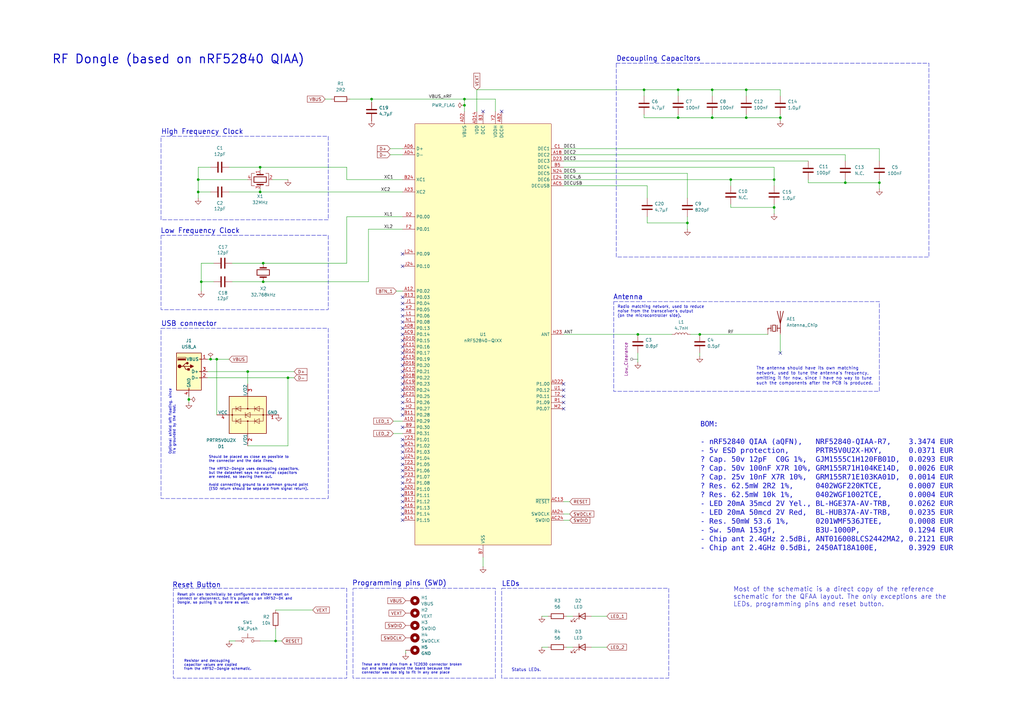
<source format=kicad_sch>
(kicad_sch (version 20250114) (generator "eeschema") (generator_version "9.0")
  (paper "A3")
  (lib_symbols
    (symbol "Connector:USB_A" (pin_names (offset 1.016))
      (property "Reference" "J1" (at 0 12.7 0))
      (property "Value" "USB_A" (at 0 10.16 0))
      (symbol "USB_A_0_1"
        (rectangle (start -5.08 -7.62) (end 5.08 7.62) (stroke (width 0.254)) (fill (type background)))
        (circle (center -3.81 2.159) (radius 0.635) (stroke (width 0.254)) (fill (type outline)))
        (polyline (pts (xy -3.175 2.159) (xy -2.54 2.159) (xy -1.27 3.429) (xy -0.635 3.429)) (stroke (width 0.254)))
        (polyline (pts (xy -2.54 2.159) (xy -1.905 2.159) (xy -1.27 0.889) (xy 0 0.889)) (stroke (width 0.254)))
        (rectangle (start -1.524 4.826) (end -4.318 5.334) (fill (type outline)))
        (rectangle (start -1.27 4.572) (end -4.572 5.842))
        (circle (center -0.635 3.429) (radius 0.381) (stroke (width 0.254)) (fill (type outline)))
        (rectangle (start -0.127 -7.62) (end 0.127 -6.858))
        (rectangle (start 0.254 1.27) (end -0.508 0.508) (stroke (width 0.254)) (fill (type outline)))
        (polyline (pts (xy 0.635 2.794) (xy 0.635 1.524) (xy 1.905 2.159) (xy 0.635 2.794)) (stroke (width 0.254)) (fill (type outline)))
        (rectangle (start 5.08 4.953) (end 4.318 5.207))
        (rectangle (start 5.08 -0.127) (end 4.318 0.127))
        (rectangle (start 5.08 -2.667) (end 4.318 -2.413))
      )
      (symbol "USB_A_1_1"
        (polyline (pts (xy -1.905 2.159) (xy 0.635 2.159)) (stroke (width 0.254)))
        (pin power_in line (at 0 -10.16 90) (length 2.54) (name "GND") (number "4"))
        (pin power_in line (at 7.62 5.08 180) (length 2.54) (name "VBUS") (number "1"))
        (pin bidirectional line (at 7.62 0 180) (length 2.54) (name "D+") (number "3"))
        (pin bidirectional line (at 7.62 -2.54 180) (length 2.54) (name "D-") (number "2"))
      )
    )
    (symbol "Device:Antenna_Chip" (pin_numbers (hide yes)) (pin_names (offset 1.016) (hide yes))
      (property "Reference" "AE" (at 0 5.08 0))
      (property "Value" "Antenna_Chip" (at 0 3.175 0))
      (symbol "Antenna_Chip_0_1"
        (polyline (pts (xy -2.54 0) (xy -2.54 -0.635)) (stroke (width 0.254)))
        (polyline (pts (xy -2.54 0) (xy -1.27 0)) (stroke (width 0.254)))
        (polyline (pts (xy -1.27 1.27) (xy -1.27 -1.27) (xy -1.27 0)) (stroke (width 0.254)))
        (polyline (pts (xy -0.635 1.27) (xy 0.635 1.27) (xy 0.635 -1.27) (xy -0.635 -1.27) (xy -0.635 1.27)) (stroke (width 0.254)))
        (polyline (pts (xy 1.27 1.27) (xy 1.27 -1.27)) (stroke (width 0.254)))
        (polyline (pts (xy 1.27 0) (xy 2.54 0)) (stroke (width 0.254)))
        (polyline (pts (xy 2.54 6.985) (xy 2.54 -1.905)) (stroke (width 0.254)))
        (polyline (pts (xy 2.54 -0.635) (xy 2.54 0)))
        (polyline (pts (xy 3.81 6.985) (xy 2.54 1.905) (xy 1.27 6.985)) (stroke (width 0.254)))
      )
      (symbol "Antenna_Chip_1_1"
        (pin input line (at -2.54 -2.54 90) (length 2.54) (name "FEED") (number "1"))
        (pin passive line (at 2.54 -2.54 90) (length 2.54) (name "PCB_Trace") (number "2"))
      )
    )
    (symbol "Device:C" (pin_numbers (hide yes)) (pin_names (offset 0.254))
      (property "Reference" "C" (at 0.635 2.54 0))
      (property "Value" "C" (at 0.635 -2.54 0))
      (symbol "C_0_1"
        (polyline (pts (xy -2.032 0.762) (xy 2.032 0.762)) (stroke (width 0.508)))
        (polyline (pts (xy -2.032 -0.762) (xy 2.032 -0.762)) (stroke (width 0.508)))
      )
      (symbol "C_1_1"
        (pin passive line (at 0 3.81 270) (length 2.794) (name "~") (number "1"))
        (pin passive line (at 0 -3.81 90) (length 2.794) (name "~") (number "2"))
      )
    )
    (symbol "Device:Crystal" (pin_numbers (hide yes)) (pin_names (offset 1.016) (hide yes))
      (property "Reference" "Y" (at 0 3.81 0))
      (property "Value" "Crystal" (at 0 -3.81 0))
      (symbol "Crystal_0_1"
        (polyline (pts (xy -2.54 0) (xy -1.905 0)))
        (polyline (pts (xy -1.905 -1.27) (xy -1.905 1.27)) (stroke (width 0.508)))
        (rectangle (start -1.143 2.54) (end 1.143 -2.54) (stroke (width 0.3048)))
        (polyline (pts (xy 1.905 -1.27) (xy 1.905 1.27)) (stroke (width 0.508)))
        (polyline (pts (xy 2.54 0) (xy 1.905 0)))
      )
      (symbol "Crystal_1_1"
        (pin passive line (at -3.81 0 0) (length 1.27) (name "1") (number "1"))
        (pin passive line (at 3.81 0 180) (length 1.27) (name "2") (number "2"))
      )
    )
    (symbol "Device:Crystal_GND24" (pin_names (offset 1.016) (hide yes))
      (property "Reference" "Y" (at 3.175 5.08 0))
      (property "Value" "Crystal_GND24" (at 3.175 3.175 0))
      (symbol "Crystal_GND24_0_1"
        (polyline (pts (xy -2.54 2.286) (xy -2.54 3.556) (xy 2.54 3.556) (xy 2.54 2.286)))
        (polyline (pts (xy -2.54 0) (xy -2.032 0)))
        (polyline (pts (xy -2.54 -2.286) (xy -2.54 -3.556) (xy 2.54 -3.556) (xy 2.54 -2.286)))
        (polyline (pts (xy -2.032 -1.27) (xy -2.032 1.27)) (stroke (width 0.508)))
        (rectangle (start -1.143 2.54) (end 1.143 -2.54) (stroke (width 0.3048)))
        (polyline (pts (xy 0 3.556) (xy 0 3.81)))
        (polyline (pts (xy 0 -3.81) (xy 0 -3.556)))
        (polyline (pts (xy 2.032 0) (xy 2.54 0)))
        (polyline (pts (xy 2.032 -1.27) (xy 2.032 1.27)) (stroke (width 0.508)))
      )
      (symbol "Crystal_GND24_1_1"
        (pin passive line (at -3.81 0 0) (length 1.27) (name "1") (number "1"))
        (pin passive line (at 0 5.08 270) (length 1.27) (name "2") (number "2"))
        (pin passive line (at 0 -5.08 90) (length 1.27) (name "4") (number "4"))
        (pin passive line (at 3.81 0 180) (length 1.27) (name "3") (number "3"))
      )
    )
    (symbol "Device:L" (pin_numbers (hide yes)) (pin_names (offset 1.016) (hide yes))
      (property "Reference" "L" (at -1.27 0 90))
      (property "Value" "L" (at 1.905 0 90))
      (symbol "L_0_1"
        (arc (start 0 2.54) (mid 0.6323 1.905) (end 0 1.27))
        (arc (start 0 1.27) (mid 0.6323 0.635) (end 0 0))
        (arc (start 0 0) (mid 0.6323 -0.635) (end 0 -1.27))
        (arc (start 0 -1.27) (mid 0.6323 -1.905) (end 0 -2.54))
      )
      (symbol "L_1_1"
        (pin passive line (at 0 3.81 270) (length 1.27) (name "1") (number "1"))
        (pin passive line (at 0 -3.81 90) (length 1.27) (name "2") (number "2"))
      )
    )
    (symbol "Device:LED" (pin_numbers (hide yes)) (pin_names (offset 1.016) (hide yes))
      (property "Reference" "D" (at 0 2.54 0))
      (property "Value" "LED" (at 0 -2.54 0))
      (symbol "LED_0_1"
        (polyline (pts (xy -3.048 -0.762) (xy -4.572 -2.286) (xy -3.81 -2.286) (xy -4.572 -2.286) (xy -4.572 -1.524)))
        (polyline (pts (xy -1.778 -0.762) (xy -3.302 -2.286) (xy -2.54 -2.286) (xy -3.302 -2.286) (xy -3.302 -1.524)))
        (polyline (pts (xy -1.27 0) (xy 1.27 0)))
        (polyline (pts (xy -1.27 -1.27) (xy -1.27 1.27)) (stroke (width 0.254)))
        (polyline (pts (xy 1.27 -1.27) (xy 1.27 1.27) (xy -1.27 0) (xy 1.27 -1.27)) (stroke (width 0.254)))
      )
      (symbol "LED_1_1"
        (pin passive line (at -3.81 0 0) (length 2.54) (name "K") (number "1"))
        (pin passive line (at 3.81 0 180) (length 2.54) (name "A") (number "2"))
      )
    )
    (symbol "Device:R" (pin_numbers (hide yes)) (pin_names (offset 0))
      (property "Reference" "R" (at 2.032 0 90))
      (property "Value" "R" (at 0 0 90))
      (symbol "R_0_1"
        (rectangle (start -1.016 -2.54) (end 1.016 2.54) (stroke (width 0.254)))
      )
      (symbol "R_1_1"
        (pin passive line (at 0 3.81 270) (length 1.27) (name "~") (number "1"))
        (pin passive line (at 0 -3.81 90) (length 1.27) (name "~") (number "2"))
      )
    )
    (symbol "Mechanical:MountingHole_Pad" (pin_numbers (hide yes)) (pin_names (offset 1.016) (hide yes)) (in_bom no)
      (property "Reference" "H" (at 0 6.35 0))
      (property "Value" "MountingHole_Pad" (at 0 4.445 0))
      (symbol "MountingHole_Pad_0_1"
        (circle (center 0 1.27) (radius 1.27) (stroke (width 1.27)))
      )
      (symbol "MountingHole_Pad_1_1"
        (pin input line (at 0 -2.54 90) (length 2.54) (name "1") (number "1"))
      )
    )
    (symbol "PCM_nordic-lib-kicad-nrf52:nRF52840-QIXX"
      (property "Reference" "U" (at 0 0 0))
      (property "Value" "nRF52840-QIXX" (at 0 -2.54 0))
      (symbol "nRF52840-QIXX_0_0"
        (pin bidirectional line (at -33.02 76.2 0) (length 5.08) (name "D+") (number "AD6"))
        (pin bidirectional line (at -33.02 73.66 0) (length 5.08) (name "D-") (number "AD4"))
        (pin input line (at -33.02 63.5 0) (length 5.08) (name "XC1") (number "B24"))
        (pin input line (at -33.02 58.42 0) (length 5.08) (name "XC2") (number "A23"))
        (pin bidirectional line (at -33.02 7.62 0) (length 5.08) (name "P0.06") (number "L1"))
        (pin bidirectional line (at -33.02 5.08 0) (length 5.08) (name "P0.08") (number "N1"))
        (pin bidirectional line (at -33.02 2.54 0) (length 5.08) (name "P0.13") (number "AD8"))
        (pin bidirectional line (at -33.02 0 0) (length 5.08) (name "P0.14") (number "AC9"))
        (pin bidirectional line (at -33.02 -2.54 0) (length 5.08) (name "P0.15") (number "AD10"))
        (pin bidirectional line (at -33.02 -5.08 0) (length 5.08) (name "P0.16") (number "AC11"))
        (pin bidirectional line (at -33.02 -7.62 0) (length 5.08) (name "P0.17") (number "AD12"))
        (pin bidirectional line (at -33.02 -10.16 0) (length 5.08) (name "P0.19") (number "AC15"))
        (pin bidirectional line (at -33.02 -12.7 0) (length 5.08) (name "P0.20") (number "AD16"))
        (pin bidirectional line (at -33.02 -15.24 0) (length 5.08) (name "P0.21") (number "AC17"))
        (pin bidirectional line (at -33.02 -17.78 0) (length 5.08) (name "P0.22") (number "AD18"))
        (pin bidirectional line (at -33.02 -20.32 0) (length 5.08) (name "P0.23") (number "AC19"))
        (pin bidirectional line (at -33.02 -22.86 0) (length 5.08) (name "P0.24") (number "AD20"))
        (pin bidirectional line (at -33.02 -25.4 0) (length 5.08) (name "P0.25") (number "AC21"))
        (pin bidirectional line (at -33.02 -27.94 0) (length 5.08) (name "P0.26") (number "G1"))
        (pin bidirectional line (at -33.02 -30.48 0) (length 5.08) (name "P0.27") (number "H2"))
        (pin bidirectional line (at -33.02 -43.18 0) (length 5.08) (name "P1.01") (number "Y23"))
        (pin bidirectional line (at -33.02 -45.72 0) (length 5.08) (name "P1.02") (number "W24"))
        (pin bidirectional line (at -33.02 -48.26 0) (length 5.08) (name "P1.03") (number "V23"))
        (pin bidirectional line (at -33.02 -50.8 0) (length 5.08) (name "P1.04") (number "U24"))
        (pin bidirectional line (at -33.02 -53.34 0) (length 5.08) (name "P1.05") (number "T23"))
        (pin bidirectional line (at -33.02 -55.88 0) (length 5.08) (name "P1.06") (number "R24"))
        (pin bidirectional line (at -33.02 -58.42 0) (length 5.08) (name "P1.07") (number "P23"))
        (pin bidirectional line (at -33.02 -60.96 0) (length 5.08) (name "P1.08") (number "P2"))
        (pin bidirectional line (at -33.02 -63.5 0) (length 5.08) (name "P1.10") (number "A20"))
        (pin bidirectional line (at -33.02 -66.04 0) (length 5.08) (name "P1.11") (number "B19"))
        (pin bidirectional line (at -33.02 -68.58 0) (length 5.08) (name "P1.12") (number "B17"))
        (pin bidirectional line (at -33.02 -71.12 0) (length 5.08) (name "P1.13") (number "A16"))
        (pin bidirectional line (at -33.02 -73.66 0) (length 5.08) (name "P1.14") (number "B15"))
        (pin bidirectional line (at -33.02 -76.2 0) (length 5.08) (name "P1.15") (number "A14"))
        (pin power_in line (at -7.62 91.44 270) (length 5.08) (name "VBUS") (number "AD2"))
        (pin passive line (at -2.54 91.44 270) (length 5.08) (name "VDD") (number "AD14"))
        (pin power_in line (at 5.08 91.44 270) (length 5.08) (name "VDDH") (number "Y2"))
        (pin power_out line (at 7.62 91.44 270) (length 5.08) (name "DCCH") (number "AB2"))
        (pin passive line (at 33.02 60.96 180) (length 5.08) (name "DECUSB") (number "AC5"))
      )
      (symbol "nRF52840-QIXX_1_0"
        (pin bidirectional line (at -33.02 48.26 0) (length 5.08) (name "P0.00") (number "D2"))
        (pin bidirectional line (at -33.02 43.18 0) (length 5.08) (name "P0.01") (number "F2"))
        (pin bidirectional line (at -33.02 33.02 0) (length 5.08) (name "P0.09") (number "L24"))
        (pin bidirectional line (at -33.02 27.94 0) (length 5.08) (name "P0.10") (number "J24"))
        (pin bidirectional line (at -33.02 17.78 0) (length 5.08) (name "P0.02") (number "A12"))
        (pin bidirectional line (at -33.02 15.24 0) (length 5.08) (name "P0.03") (number "B13"))
        (pin bidirectional line (at -33.02 12.7 0) (length 5.08) (name "P0.04") (number "J1"))
        (pin bidirectional line (at -33.02 10.16 0) (length 5.08) (name "P0.05") (number "K2"))
        (pin bidirectional line (at -33.02 -33.02 0) (length 5.08) (name "P0.28") (number "B11"))
        (pin bidirectional line (at -33.02 -35.56 0) (length 5.08) (name "P0.29") (number "A10"))
        (pin bidirectional line (at -33.02 -38.1 0) (length 5.08) (name "P0.30") (number "B9"))
        (pin bidirectional line (at -33.02 -40.64 0) (length 5.08) (name "P0.31") (number "A8"))
        (pin passive line (at -2.54 91.44 270) (length 5.08) (hide yes) (name "VDD") (number "A22"))
        (pin passive line (at -2.54 91.44 270) (length 5.08) (hide yes) (name "VDD") (number "AD23"))
        (pin passive line (at -2.54 91.44 270) (length 5.08) (hide yes) (name "VDD") (number "B1"))
        (pin passive line (at -2.54 91.44 270) (length 5.08) (hide yes) (name "VDD") (number "W1"))
        (pin power_out line (at 0 91.44 270) (length 5.08) (name "DCC") (number "B3"))
        (pin power_in line (at 0 -91.44 90) (length 5.08) (name "VSS") (number "B7"))
        (pin passive line (at 0 -91.44 90) (length 5.08) (hide yes) (name "VSS") (number "EP"))
        (pin passive line (at 0 -91.44 90) (length 5.08) (hide yes) (name "VSS_PA") (number "F23"))
        (pin passive line (at 33.02 76.2 180) (length 5.08) (name "DEC1") (number "C1"))
        (pin passive line (at 33.02 73.66 180) (length 5.08) (name "DEC2") (number "A18"))
        (pin passive line (at 33.02 71.12 180) (length 5.08) (name "DEC3") (number "D23"))
        (pin passive line (at 33.02 68.58 180) (length 5.08) (name "DEC4") (number "B5"))
        (pin passive line (at 33.02 66.04 180) (length 5.08) (name "DEC5") (number "N24"))
        (pin passive line (at 33.02 63.5 180) (length 5.08) (name "DEC6") (number "E24"))
        (pin bidirectional line (at 33.02 0 180) (length 5.08) (name "ANT") (number "H23"))
        (pin bidirectional line (at 33.02 -20.32 180) (length 5.08) (name "P1.00") (number "AD22"))
        (pin bidirectional line (at 33.02 -22.86 180) (length 5.08) (name "P0.12") (number "U1"))
        (pin bidirectional line (at 33.02 -25.4 180) (length 5.08) (name "P0.11") (number "T2"))
        (pin bidirectional line (at 33.02 -27.94 180) (length 5.08) (name "P1.09") (number "R1"))
        (pin bidirectional line (at 33.02 -30.48 180) (length 5.08) (name "P0.07") (number "M2"))
        (pin input line (at 33.02 -68.58 180) (length 5.08) (name "~{RESET}") (number "AC13"))
        (pin input line (at 33.02 -73.66 180) (length 5.08) (name "SWDCLK") (number "AA24"))
        (pin bidirectional line (at 33.02 -76.2 180) (length 5.08) (name "SWDIO") (number "AC24"))
      )
      (symbol "nRF52840-QIXX_1_1"
        (rectangle (start -27.94 86.36) (end 27.94 -86.36) (fill (type background)))
      )
    )
    (symbol "Power_Protection:PRTR5V0U2X" (pin_names (offset 0))
      (property "Reference" "D" (at 2.794 8.636 0))
      (property "Value" "PRTR5V0U2X" (at 8.128 -9.398 0))
      (symbol "PRTR5V0U2X_0_1"
        (rectangle (start -7.62 -7.62) (end 7.62 7.62) (stroke (width 0.254)) (fill (type background)))
        (polyline (pts (xy -3.556 2.794) (xy -1.524 2.794) (xy -2.54 4.826) (xy -3.556 2.794)))
        (polyline (pts (xy -3.556 -4.826) (xy -1.524 -4.826) (xy -2.54 -2.794) (xy -3.556 -4.826)))
        (rectangle (start -2.54 6.35) (end 2.54 -6.35))
        (circle (center -2.54 0) (radius 0.254) (fill (type outline)))
        (polyline (pts (xy -2.54 0) (xy -7.62 0)))
        (polyline (pts (xy -1.524 4.826) (xy -3.556 4.826)))
        (polyline (pts (xy -1.524 -2.794) (xy -3.556 -2.794)))
        (polyline (pts (xy -1.016 -1.016) (xy 1.016 -1.016) (xy 0 1.016) (xy -1.016 -1.016)))
        (circle (center 0 6.35) (radius 0.254) (fill (type outline)))
        (circle (center 0 -6.35) (radius 0.254) (fill (type outline)))
        (polyline (pts (xy 0 -7.62) (xy 0 7.62)))
        (polyline (pts (xy 1.016 1.016) (xy -1.016 1.016) (xy -1.016 0.508)))
        (polyline (pts (xy 1.524 4.826) (xy 3.556 4.826)))
        (polyline (pts (xy 1.524 -2.794) (xy 3.556 -2.794)))
        (polyline (pts (xy 2.54 0) (xy 7.62 0)))
        (circle (center 2.54 0) (radius 0.254) (fill (type outline)))
        (polyline (pts (xy 3.556 2.794) (xy 1.524 2.794) (xy 2.54 4.826) (xy 3.556 2.794)))
        (polyline (pts (xy 3.556 -4.826) (xy 1.524 -4.826) (xy 2.54 -2.794) (xy 3.556 -4.826)))
      )
      (symbol "PRTR5V0U2X_1_1"
        (pin passive line (at -12.7 0 0) (length 5.08) (name "I/O1") (number "2"))
        (pin passive line (at 0 12.7 270) (length 5.08) (name "VCC") (number "4"))
        (pin passive line (at 0 -12.7 90) (length 5.08) (name "GND") (number "1"))
        (pin passive line (at 12.7 0 180) (length 5.08) (name "I/O2") (number "3"))
      )
    )
    (symbol "Switch:SW_Push" (pin_numbers (hide yes)) (pin_names (offset 1.016) (hide yes))
      (property "Reference" "SW" (at 1.27 2.54 0))
      (property "Value" "SW_Push" (at 0 -1.524 0))
      (symbol "SW_Push_0_1"
        (circle (center -2.032 0) (radius 0.508))
        (polyline (pts (xy 0 1.27) (xy 0 3.048)))
        (circle (center 2.032 0) (radius 0.508))
        (polyline (pts (xy 2.54 1.27) (xy -2.54 1.27)))
        (pin passive line (at -5.08 0 0) (length 2.54) (name "1") (number "1"))
        (pin passive line (at 5.08 0 180) (length 2.54) (name "2") (number "2"))
      )
    )
    (symbol "power:GND" (power) (pin_numbers (hide yes)) (pin_names (offset 0) (hide yes))
      (property "Value" "GND" (at 0 -3.81 0))
      (symbol "GND_0_1"
        (polyline (pts (xy 0 0) (xy 0 -1.27) (xy 1.27 -1.27) (xy 0 -2.54) (xy -1.27 -1.27) (xy 0 -1.27)))
      )
      (symbol "GND_1_1"
        (pin power_in line (at 0 0 270) (length 0) (name "~") (number "1"))
      )
    )
    (symbol "power:PWR_FLAG" (power) (pin_numbers (hide yes)) (pin_names (offset 0) (hide yes))
      (property "Value" "PWR_FLAG" (at 0 3.81 0))
      (symbol "PWR_FLAG_0_0"
        (pin power_out line (at 0 0 90) (length 0) (name "~") (number "1"))
      )
      (symbol "PWR_FLAG_0_1"
        (polyline (pts (xy 0 0) (xy 0 1.27) (xy -1.016 1.905) (xy 0 2.54) (xy 1.016 1.905) (xy 0 1.27)))
      )
    )
  )
  (rectangle (start 66.04 134.62) (end 134.62 204.47) (stroke (width 0) (type dash)))
  (rectangle (start 205.74 241.3) (end 274.32 278.13) (stroke (width 0) (type dash)))
  (rectangle (start 66.04 55.88) (end 134.62 90.17) (stroke (width 0) (type dash)))
  (rectangle (start 71.12 241.3) (end 142.24 278.13) (stroke (width 0) (type dash)))
  (rectangle (start 66.04 96.52) (end 134.62 127) (stroke (width 0) (type dash)))
  (rectangle (start 144.78 241.3) (end 203.2 278.13) (stroke (width 0) (type dash)))
  (rectangle (start 251.714 123.698) (end 360.68 160.528) (stroke (width 0) (type dash)))
  (rectangle (start 252.73 25.908) (end 381 105.41) (stroke (width 0) (type dash)))
  (text "Antenna" (at 251.46 121.92 0) (effects (font (size 2.032 2.032) (thickness 0.254) (bold yes)) (justify left)))
  (text "RF Dongle (based on nRF52840 QIAA)" (at 73.152 24.384 0) (effects (font (size 3.556 3.556) (thickness 0.4128))))
  (text "Decoupling Capacitors" (at 252.73 24.13 0) (effects (font (size 2.032 2.032) (thickness 0.254) (bold yes)) (justify left)))
  (text "LEDs" (at 205.74 239.522 0) (effects (font (size 2.032 2.032) (thickness 0.254) (bold yes)) (justify left)))
  (text "Reset pin can technically be configured to either reset on \nconnect or disconnect, but it's pulled up on nRF52-DK and \nDongle, so pulling it up here as well." (at 72.644 245.618 0) (effects (font (size 1.016 1.016)) (justify left)))
  (text "Radio matching network, used to reduce \nnoise from the transceiver's output\n(on the microcontroller side)." (at 253.238 127.762 0) (effects (font (size 1.143 1.143)) (justify left)))
  (text "Status LEDs." (at 221.996 274.828 0) (effects (font (size 1.27 1.27)) (justify right)))
  (text "The antenna should have its own matching \nnetwork, used to tune the antenna's frequency,\nomitting it for now, since I have no way to tune\nsuch the components after the PCB is produced." (at 310.134 154.178 0) (effects (font (size 1.27 1.27)) (justify left)))
  (text "Reset Button" (at 70.612 240.03 0) (effects (font (size 2.032 2.032) (thickness 0.254) (bold yes)) (justify left)))
  (text "BOM:\n\n- nRF52840 QIAA (aQFN),   NRF52840-QIAA-R7,    3.3474 EUR\n- 5v ESD protection,      PRTR5V0U2X-HXY,      0.0371 EUR\n? Cap. 50v 12pF  C0G 1%,  GJM1555C1H120FB01D,  0.0293 EUR\n? Cap. 50v 100nF X7R 10%, GRM155R71H104KE14D,  0.0026 EUR\n? Cap. 25v 10nF X7R 10%,  GRM155R71E103KA01D,  0.0014 EUR\n? Res. 62.5mW 2R2 1%,     0402WGF220KTCE,      0.0007 EUR\n? Res. 62.5mW 10k 1%,     0402WGF1002TCE,      0.0004 EUR\n- LED 20mA 35mcd 2V Yel., BL-HGE37A-AV-TRB,    0.0262 EUR\n- LED 20mA 50mcd 2V Red,  BL-HUB37A-AV-TRB,    0.0235 EUR \n- Res. 50mW 53.6 1%,      0201WMF536JTEE,      0.0008 EUR\n- Sw. 50mA 153gf,         B3U-1000P,           0.1294 EUR\n- Chip ant 2.4GHz 2.5dBi, ANT016008LCS2442MA2, 0.2121 EUR\n- Chip ant 2.4GHz 0.5dBi, 2450AT18A100E,       0.3929 EUR" (at 287.274 200.152 0) (effects (font (size 2.159 2.159) (thickness 0.254)) (justify left)))
  (text "Low Frequency Clock" (at 65.786 94.742 0) (effects (font (size 2.032 2.032) (thickness 0.254) (bold yes)) (justify left)))
  (text "USB connector" (at 66.04 132.842 0) (effects (font (size 2.032 2.032) (thickness 0.254) (bold yes)) (justify left)))
  (text "These are the pins from a TC2030 connector broken \nout and spread around the board because the \nconnector was too big to fit in any one place" (at 148.336 274.32 0) (effects (font (size 1.016 1.016)) (justify left)))
  (text "Optional shield left floating, since \nit's grounded by the host." (at 70.612 186.436 90) (effects (font (size 1.016 1.016)) (justify left)))
  (text "Most of the schematic is a direct copy of the reference \nschematic for the QFAA layout. The only exceptions are the \nLEDs, programming pins and reset button." (at 300.736 244.856 0) (effects (font (size 1.905 1.905)) (justify left)))
  (text "Should be placed as close as possible to \nthe connector and the data lines.\n\nThe nRF52-Dongle uses decoupling capacitors,\nbut the datasheet says no external capacitors \nare needed, so leaving them out.\n\nAvoid connecting ground to a common ground point \n(ESD return should be separate from signal return). " (at 85.598 194.056 0) (effects (font (size 1.016 1.016)) (justify left)))
  (text "Resistor and decoupling \ncapacitor values are copied \nfrom the nRF52-Dongle schematic." (at 75.438 272.796 0) (effects (font (size 1.016 1.016)) (justify left)))
  (text "Programming pins (SWD)" (at 163.83 239.268 0) (effects (font (size 2.032 2.032) (thickness 0.254) (bold yes))))
  (text "High Frequency Clock" (at 66.04 54.102 0) (effects (font (size 2.032 2.032) (thickness 0.254)) (justify left)))
  (junction (at 320.04 48.26))
  (junction (at 152.4 40.64))
  (junction (at 287.02 137.16))
  (junction (at 278.13 48.26))
  (junction (at 281.94 91.44))
  (junction (at 317.5 85.09))
  (junction (at 292.1 36.83))
  (junction (at 82.55 115.57))
  (junction (at 86.36 147.32))
  (junction (at 106.68 68.58))
  (junction (at 264.16 36.83))
  (junction (at 317.5 73.66))
  (junction (at 88.9 147.32))
  (junction (at 190.5 43.18))
  (junction (at 292.1 48.26))
  (junction (at 81.28 78.74))
  (junction (at 101.6 152.4))
  (junction (at 190.5 40.64))
  (junction (at 306.07 36.83))
  (junction (at 107.95 107.95))
  (junction (at 113.03 262.89))
  (junction (at 77.47 163.83))
  (junction (at 278.13 36.83))
  (junction (at 107.95 115.57))
  (junction (at 306.07 48.26))
  (junction (at 360.68 74.93))
  (junction (at 346.71 74.93))
  (junction (at 81.28 73.66))
  (junction (at 118.11 154.94))
  (junction (at 299.72 73.66))
  (junction (at 106.68 78.74))
  (junction (at 261.62 137.16))
  (no_connect (at 231.14 160.02))
  (no_connect (at 165.1 137.16))
  (no_connect (at 165.1 167.64))
  (no_connect (at 165.1 203.2))
  (no_connect (at 165.1 170.18))
  (no_connect (at 165.1 124.46))
  (no_connect (at 165.1 162.56))
  (no_connect (at 165.1 160.02))
  (no_connect (at 165.1 139.7))
  (no_connect (at 165.1 175.26))
  (no_connect (at 165.1 165.1))
  (no_connect (at 198.12 45.72))
  (no_connect (at 165.1 182.88))
  (no_connect (at 231.14 165.1))
  (no_connect (at 165.1 147.32))
  (no_connect (at 320.04 144.78))
  (no_connect (at 165.1 127))
  (no_connect (at 231.14 162.56))
  (no_connect (at 165.1 180.34))
  (no_connect (at 165.1 149.86))
  (no_connect (at 165.1 109.22))
  (no_connect (at 165.1 132.08))
  (no_connect (at 165.1 213.36))
  (no_connect (at 165.1 193.04))
  (no_connect (at 165.1 185.42))
  (no_connect (at 165.1 121.92))
  (no_connect (at 165.1 152.4))
  (no_connect (at 165.1 157.48))
  (no_connect (at 165.1 142.24))
  (no_connect (at 165.1 190.5))
  (no_connect (at 165.1 210.82))
  (no_connect (at 231.14 167.64))
  (no_connect (at 205.74 45.72))
  (no_connect (at 165.1 208.28))
  (no_connect (at 165.1 195.58))
  (no_connect (at 165.1 104.14))
  (no_connect (at 231.14 157.48))
  (no_connect (at 165.1 134.62))
  (no_connect (at 165.1 187.96))
  (no_connect (at 165.1 200.66))
  (no_connect (at 165.1 154.94))
  (no_connect (at 165.1 129.54))
  (no_connect (at 165.1 144.78))
  (no_connect (at 165.1 198.12))
  (no_connect (at 165.1 205.74))
  (wire (pts (xy 320.04 46.99) (xy 320.04 48.26)))
  (wire (pts (xy 106.68 78.74) (xy 106.68 77.47)))
  (wire (pts (xy 93.98 68.58) (xy 106.68 68.58)))
  (wire (pts (xy 278.13 46.99) (xy 278.13 48.26)))
  (wire (pts (xy 292.1 36.83) (xy 306.07 36.83)))
  (wire (pts (xy 81.28 81.28) (xy 81.28 78.74)))
  (wire (pts (xy 151.13 93.98) (xy 151.13 115.57)))
  (wire (pts (xy 320.04 137.16) (xy 320.04 144.78)))
  (wire (pts (xy 264.16 46.99) (xy 264.16 48.26)))
  (wire (pts (xy 85.09 147.32) (xy 86.36 147.32)))
  (wire (pts (xy 113.03 250.19) (xy 128.27 250.19)))
  (wire (pts (xy 265.43 76.2) (xy 265.43 81.28)))
  (wire (pts (xy 106.68 262.89) (xy 113.03 262.89)))
  (wire (pts (xy 320.04 36.83) (xy 306.07 36.83)))
  (wire (pts (xy 118.11 154.94) (xy 120.65 154.94)))
  (wire (pts (xy 331.47 74.93) (xy 331.47 73.66)))
  (wire (pts (xy 346.71 73.66) (xy 346.71 74.93)))
  (wire (pts (xy 317.5 73.66) (xy 317.5 76.2)))
  (wire (pts (xy 77.47 162.56) (xy 77.47 163.83)))
  (wire (pts (xy 231.14 63.5) (xy 346.71 63.5)))
  (wire (pts (xy 95.25 115.57) (xy 107.95 115.57)))
  (wire (pts (xy 86.36 147.32) (xy 88.9 147.32)))
  (wire (pts (xy 101.6 182.88) (xy 118.11 182.88)))
  (wire (pts (xy 82.55 119.38) (xy 82.55 115.57)))
  (wire (pts (xy 160.02 60.96) (xy 165.1 60.96)))
  (wire (pts (xy 232.41 252.73) (xy 234.95 252.73)))
  (wire (pts (xy 113.03 257.81) (xy 113.03 262.89)))
  (wire (pts (xy 86.36 68.58) (xy 81.28 68.58)))
  (wire (pts (xy 88.9 147.32) (xy 88.9 170.18)))
  (wire (pts (xy 317.5 83.82) (xy 317.5 85.09)))
  (wire (pts (xy 231.14 68.58) (xy 317.5 68.58)))
  (wire (pts (xy 118.11 154.94) (xy 118.11 182.88)))
  (wire (pts (xy 281.94 88.9) (xy 281.94 91.44)))
  (wire (pts (xy 85.09 154.94) (xy 118.11 154.94)))
  (wire (pts (xy 299.72 85.09) (xy 317.5 85.09)))
  (wire (pts (xy 317.5 68.58) (xy 317.5 73.66)))
  (wire (pts (xy 292.1 39.37) (xy 292.1 36.83)))
  (wire (pts (xy 306.07 39.37) (xy 306.07 36.83)))
  (wire (pts (xy 142.24 88.9) (xy 165.1 88.9)))
  (wire (pts (xy 195.58 36.83) (xy 195.58 45.72)))
  (wire (pts (xy 231.14 71.12) (xy 281.94 71.12)))
  (wire (pts (xy 195.58 36.83) (xy 264.16 36.83)))
  (wire (pts (xy 306.07 48.26) (xy 320.04 48.26)))
  (wire (pts (xy 242.57 265.43) (xy 248.92 265.43)))
  (wire (pts (xy 133.35 40.64) (xy 135.89 40.64)))
  (wire (pts (xy 151.13 93.98) (xy 165.1 93.98)))
  (wire (pts (xy 287.02 144.78) (xy 287.02 146.05)))
  (wire (pts (xy 281.94 71.12) (xy 281.94 81.28)))
  (wire (pts (xy 93.98 262.89) (xy 96.52 262.89)))
  (wire (pts (xy 107.95 115.57) (xy 151.13 115.57)))
  (wire (pts (xy 190.5 40.64) (xy 190.5 43.18)))
  (wire (pts (xy 233.68 205.74) (xy 231.14 205.74)))
  (wire (pts (xy 231.14 60.96) (xy 360.68 60.96)))
  (wire (pts (xy 292.1 48.26) (xy 306.07 48.26)))
  (wire (pts (xy 87.63 107.95) (xy 82.55 107.95)))
  (wire (pts (xy 232.41 265.43) (xy 234.95 265.43)))
  (wire (pts (xy 198.12 228.6) (xy 198.12 232.41)))
  (wire (pts (xy 287.02 137.16) (xy 314.96 137.16)))
  (wire (pts (xy 278.13 48.26) (xy 292.1 48.26)))
  (wire (pts (xy 106.68 68.58) (xy 106.68 69.85)))
  (wire (pts (xy 93.98 78.74) (xy 106.68 78.74)))
  (wire (pts (xy 320.04 48.26) (xy 320.04 49.53)))
  (wire (pts (xy 264.16 48.26) (xy 278.13 48.26)))
  (wire (pts (xy 248.92 252.73) (xy 242.57 252.73)))
  (wire (pts (xy 222.25 265.43) (xy 224.79 265.43)))
  (wire (pts (xy 81.28 73.66) (xy 81.28 68.58)))
  (wire (pts (xy 106.68 78.74) (xy 165.1 78.74)))
  (wire (pts (xy 101.6 73.66) (xy 81.28 73.66)))
  (wire (pts (xy 233.68 213.36) (xy 231.14 213.36)))
  (wire (pts (xy 95.25 107.95) (xy 107.95 107.95)))
  (wire (pts (xy 142.24 68.58) (xy 106.68 68.58)))
  (wire (pts (xy 86.36 78.74) (xy 81.28 78.74)))
  (wire (pts (xy 85.09 152.4) (xy 101.6 152.4)))
  (wire (pts (xy 265.43 88.9) (xy 265.43 91.44)))
  (wire (pts (xy 231.14 66.04) (xy 331.47 66.04)))
  (wire (pts (xy 87.63 115.57) (xy 82.55 115.57)))
  (wire (pts (xy 113.03 262.89) (xy 115.57 262.89)))
  (wire (pts (xy 82.55 115.57) (xy 82.55 107.95)))
  (wire (pts (xy 261.62 144.78) (xy 261.62 148.59)))
  (wire (pts (xy 233.68 210.82) (xy 231.14 210.82)))
  (wire (pts (xy 264.16 36.83) (xy 264.16 39.37)))
  (wire (pts (xy 161.29 172.72) (xy 165.1 172.72)))
  (wire (pts (xy 161.29 177.8) (xy 165.1 177.8)))
  (wire (pts (xy 190.5 43.18) (xy 190.5 45.72)))
  (wire (pts (xy 101.6 152.4) (xy 120.65 152.4)))
  (wire (pts (xy 346.71 63.5) (xy 346.71 66.04)))
  (wire (pts (xy 320.04 39.37) (xy 320.04 36.83)))
  (wire (pts (xy 142.24 73.66) (xy 142.24 68.58)))
  (wire (pts (xy 281.94 93.98) (xy 281.94 91.44)))
  (wire (pts (xy 299.72 73.66) (xy 299.72 76.2)))
  (wire (pts (xy 360.68 74.93) (xy 346.71 74.93)))
  (wire (pts (xy 142.24 88.9) (xy 142.24 107.95)))
  (wire (pts (xy 283.21 137.16) (xy 287.02 137.16)))
  (wire (pts (xy 278.13 36.83) (xy 278.13 39.37)))
  (wire (pts (xy 292.1 46.99) (xy 292.1 48.26)))
  (wire (pts (xy 81.28 73.66) (xy 81.28 78.74)))
  (wire (pts (xy 162.56 119.38) (xy 165.1 119.38)))
  (wire (pts (xy 306.07 46.99) (xy 306.07 48.26)))
  (wire (pts (xy 360.68 73.66) (xy 360.68 74.93)))
  (wire (pts (xy 77.47 163.83) (xy 77.47 165.1)))
  (wire (pts (xy 222.25 252.73) (xy 224.79 252.73)))
  (wire (pts (xy 346.71 74.93) (xy 331.47 74.93)))
  (wire (pts (xy 107.95 107.95) (xy 142.24 107.95)))
  (wire (pts (xy 152.4 41.91) (xy 152.4 40.64)))
  (wire (pts (xy 143.51 40.64) (xy 152.4 40.64)))
  (wire (pts (xy 231.14 76.2) (xy 265.43 76.2)))
  (wire (pts (xy 190.5 40.64) (xy 203.2 40.64)))
  (wire (pts (xy 231.14 73.66) (xy 299.72 73.66)))
  (wire (pts (xy 165.1 73.66) (xy 142.24 73.66)))
  (wire (pts (xy 278.13 36.83) (xy 292.1 36.83)))
  (wire (pts (xy 264.16 36.83) (xy 278.13 36.83)))
  (wire (pts (xy 317.5 85.09) (xy 317.5 87.63)))
  (wire (pts (xy 101.6 152.4) (xy 101.6 157.48)))
  (wire (pts (xy 203.2 45.72) (xy 203.2 40.64)))
  (wire (pts (xy 88.9 147.32) (xy 93.98 147.32)))
  (wire (pts (xy 299.72 83.82) (xy 299.72 85.09)))
  (wire (pts (xy 360.68 66.04) (xy 360.68 60.96)))
  (wire (pts (xy 152.4 40.64) (xy 190.5 40.64)))
  (wire (pts (xy 160.02 63.5) (xy 165.1 63.5)))
  (wire (pts (xy 231.14 137.16) (xy 261.62 137.16)))
  (wire (pts (xy 265.43 91.44) (xy 281.94 91.44)))
  (wire (pts (xy 118.11 73.66) (xy 111.76 73.66)))
  (wire (pts (xy 261.62 137.16) (xy 275.59 137.16)))
  (wire (pts (xy 360.68 74.93) (xy 360.68 77.47)))
  (wire (pts (xy 299.72 73.66) (xy 317.5 73.66)))
  (wire (pts (xy 166.37 266.7) (xy 166.37 267.97)))
  (label "DEC5" (at 231.14 71.12 0))
  (label "XL2" (at 157.48 93.98 0))
  (label "DEC3" (at 231.14 66.04 0))
  (label "XL1" (at 157.48 88.9 0))
  (label "XC2" (at 156.21 78.74 0))
  (label "RF" (at 300.99 137.16 180))
  (label "XC1" (at 157.48 73.66 0))
  (label "ANT" (at 234.95 137.16 180))
  (label "DEC4_6" (at 231.14 73.66 0))
  (label "VBUS_nRF" (at 185.42 40.64 180))
  (label "DECUSB" (at 231.14 76.2 0))
  (label "DEC2" (at 231.14 63.5 0))
  (label "DEC1" (at 231.14 60.96 0))
  (global_label "LED_2" (shape input) (at 248.92 265.43 0) (property "Intersheetrefs" "${INTERSHEET_REFS}" (effects (hide yes))))
  (global_label "RESET" (shape input) (at 115.57 262.89 0) (property "Intersheetrefs" "${INTERSHEET_REFS}" (effects (hide yes))))
  (global_label "LED_2" (shape input) (at 161.29 177.8 180) (property "Intersheetrefs" "${INTERSHEET_REFS}" (effects (hide yes))))
  (global_label "VBUS" (shape input) (at 133.35 40.64 180) (property "Intersheetrefs" "${INTERSHEET_REFS}" (effects (hide yes))))
  (global_label "SWDIO" (shape input) (at 233.68 213.36 0) (property "Intersheetrefs" "${INTERSHEET_REFS}" (effects (hide yes))))
  (global_label "VBUS" (shape input) (at 166.37 246.38 180) (property "Intersheetrefs" "${INTERSHEET_REFS}" (effects (hide yes))))
  (global_label "SWDCLK" (shape input) (at 233.68 210.82 0) (property "Intersheetrefs" "${INTERSHEET_REFS}" (effects (hide yes))))
  (global_label "D+" (shape input) (at 160.02 60.96 180) (property "Intersheetrefs" "${INTERSHEET_REFS}" (effects (hide yes))))
  (global_label "SWDCLK" (shape input) (at 166.37 261.62 180) (property "Intersheetrefs" "${INTERSHEET_REFS}" (effects (hide yes))))
  (global_label "VEXT" (shape input) (at 128.27 250.19 0) (property "Intersheetrefs" "${INTERSHEET_REFS}" (effects (hide yes))))
  (global_label "VEXT" (shape input) (at 166.37 251.46 180) (property "Intersheetrefs" "${INTERSHEET_REFS}" (effects (hide yes))))
  (global_label "D-" (shape input) (at 160.02 63.5 180) (property "Intersheetrefs" "${INTERSHEET_REFS}" (effects (hide yes))))
  (global_label "LED_1" (shape input) (at 161.29 172.72 180) (property "Intersheetrefs" "${INTERSHEET_REFS}" (effects (hide yes))))
  (global_label "SWDIO" (shape input) (at 166.37 256.54 180) (property "Intersheetrefs" "${INTERSHEET_REFS}" (effects (hide yes))))
  (global_label "BTN_1" (shape input) (at 162.56 119.38 180) (property "Intersheetrefs" "${INTERSHEET_REFS}" (effects (hide yes))))
  (global_label "RESET" (shape input) (at 233.68 205.74 0) (property "Intersheetrefs" "${INTERSHEET_REFS}" (effects (hide yes))))
  (global_label "D-" (shape input) (at 120.65 154.94 0) (property "Intersheetrefs" "${INTERSHEET_REFS}" (effects (hide yes))))
  (global_label "VBUS" (shape input) (at 93.98 147.32 0) (property "Intersheetrefs" "${INTERSHEET_REFS}" (effects (hide yes))))
  (global_label "LED_1" (shape input) (at 248.92 252.73 0) (property "Intersheetrefs" "${INTERSHEET_REFS}" (effects (hide yes))))
  (global_label "VEXT" (shape input) (at 195.58 36.83 90) (property "Intersheetrefs" "${INTERSHEET_REFS}" (effects (hide yes))))
  (global_label "D+" (shape input) (at 120.65 152.4 0) (property "Intersheetrefs" "${INTERSHEET_REFS}" (effects (hide yes))))
  (netclass_flag "" (length 2.54) (shape round) (at 261.62 147.32 90) (property "Netclass" "Low_Clearance" (at 256.794 147.32 90)))
  (symbol (lib_id "Device:Crystal_GND24") (at 106.68 73.66 270) (unit 1)
    (property "Reference" "X1" (at 106.68 80.518 90))
    (property "Value" "32MHz" (at 106.68 83.058 90))
    (property "Footprint" "Crystal:Crystal_SMD_2016-4Pin_2.0x1.6mm" (effects (hide yes)))
    (property "Description" "Four pin crystal, GND on pins 2 and 4" (effects (hide yes)))
  )
  (symbol (lib_id "power:GND") (at 222.25 252.73 0) (unit 1)
    (property "Reference" "#PWR04" (effects (hide yes)))
    (property "Value" "GND" (effects (hide yes)))
    (property "Description" "Power symbol creates a global label with name \"GND\" , ground" (effects (hide yes)))
  )
  (symbol (lib_id "Connector:USB_A") (at 77.47 152.4 0) (unit 1) (in_bom no)
    (property "Reference" "J1" (at 77.47 139.7 0))
    (property "Value" "USB_A" (at 77.47 142.24 0))
    (property "Footprint" "1_Library:PCB_USB_connector" (effects (hide yes)))
    (property "Description" "USB Type A connector" (effects (hide yes)))
  )
  (symbol (lib_id "Device:C") (at 306.07 43.18 180) (unit 1)
    (property "Reference" "C12" (at 309.118 41.656 0) (effects (justify right)))
    (property "Value" "100nF" (at 309.118 44.196 0) (effects (justify right)))
    (property "Footprint" "Capacitor_SMD:C_0402_1005Metric" (effects (hide yes)))
    (property "Description" "Unpolarized capacitor" (effects (hide yes)))
  )
  (symbol (lib_id "Device:C") (at 287.02 140.97 180) (unit 1)
    (property "Reference" "C4" (at 290.068 139.446 0) (effects (justify right)))
    (property "Value" "0.5pF" (at 290.068 141.986 0) (effects (justify right)))
    (property "Footprint" "Capacitor_SMD:C_0402_1005Metric" (effects (hide yes)))
    (property "Description" "Unpolarized capacitor" (effects (hide yes)))
  )
  (symbol (lib_id "Device:LED") (at 238.76 252.73 0) (unit 1)
    (property "Reference" "D2" (at 237.1725 246.38 0))
    (property "Value" "LED" (at 237.1725 248.92 0))
    (property "Footprint" "LED_SMD:LED_0402_1005Metric" (effects (hide yes)))
    (property "Description" "Light emitting diode" (effects (hide yes)))
    (property "Sim.Pins" "1=K 2=A" (effects (hide yes)))
  )
  (symbol (lib_id "power:PWR_FLAG") (at 77.47 163.83 270) (unit 1)
    (property "Reference" "#FLG01" (effects (hide yes)))
    (property "Value" "PWR_FLAG" (effects (hide yes)))
    (property "Description" "Special symbol for telling ERC where power comes from" (effects (hide yes)))
  )
  (symbol (lib_id "power:GND") (at 82.55 119.38 0) (unit 1)
    (property "Reference" "#PWR013" (effects (hide yes)))
    (property "Value" "GND" (effects (hide yes)))
    (property "Description" "Power symbol creates a global label with name \"GND\" , ground" (effects (hide yes)))
  )
  (symbol (lib_id "power:GND") (at 81.28 81.28 0) (unit 1)
    (property "Reference" "#PWR01" (effects (hide yes)))
    (property "Value" "GND" (effects (hide yes)))
    (property "Description" "Power symbol creates a global label with name \"GND\" , ground" (effects (hide yes)))
  )
  (symbol (lib_id "Device:C") (at 90.17 78.74 270) (unit 1)
    (property "Reference" "C2" (at 90.17 83.312 90))
    (property "Value" "12pF" (at 90.17 85.598 90))
    (property "Footprint" "Capacitor_SMD:C_0402_1005Metric" (effects (hide yes)))
    (property "Description" "Unpolarized capacitor" (effects (hide yes)))
  )
  (symbol (lib_id "power:GND") (at 360.68 77.47 0) (unit 1)
    (property "Reference" "#PWR09" (effects (hide yes)))
    (property "Value" "GND" (effects (hide yes)))
    (property "Description" "Power symbol creates a global label with name \"GND\" , ground" (effects (hide yes)))
  )
  (symbol (lib_id "power:GND") (at 281.94 93.98 0) (unit 1)
    (property "Reference" "#PWR012" (effects (hide yes)))
    (property "Value" "GND" (effects (hide yes)))
    (property "Description" "Power symbol creates a global label with name \"GND\" , ground" (effects (hide yes)))
  )
  (symbol (lib_id "power:GND") (at 317.5 87.63 0) (unit 1)
    (property "Reference" "#PWR011" (effects (hide yes)))
    (property "Value" "GND" (effects (hide yes)))
    (property "Description" "Power symbol creates a global label with name \"GND\" , ground" (effects (hide yes)))
  )
  (symbol (lib_id "Device:R") (at 139.7 40.64 270) (unit 1)
    (property "Reference" "R1" (at 139.7 34.29 90))
    (property "Value" "2R2" (at 139.7 36.83 90))
    (property "Footprint" "Resistor_SMD:R_0402_1005Metric" (effects (hide yes)))
    (property "Description" "Resistor" (effects (hide yes)))
  )
  (symbol (lib_id "power:GND") (at 152.4 49.53 0) (unit 1)
    (property "Reference" "#PWR014" (effects (hide yes)))
    (property "Value" "GND" (effects (hide yes)))
    (property "Description" "Power symbol creates a global label with name \"GND\" , ground" (effects (hide yes)))
  )
  (symbol (lib_id "PCM_nordic-lib-kicad-nrf52:nRF52840-QIXX") (at 198.12 137.16 0) (unit 1)
    (property "Reference" "U1" (at 198.12 137.16 0))
    (property "Value" "nRF52840-QIXX" (at 198.12 139.7 0))
    (property "Footprint" "Package_DFN_QFN:Nordic_AQFN-73-1EP_7x7mm_P0.5mm" (effects (hide yes)))
    (property "Datasheet" "https://docs-be.nordicsemi.com/bundle/ps_nrf52840/attach/nRF52840_PS_v1.11.pdf?_LANG=enus" (effects (hide yes)))
    (property "Description" "2.4GHz Bluetooth 5.4 USB NFC SoC, 64MHz Cortex-M4 FPU, CryptoCell, PDM, I2S, QSPI, aQFN-73" (effects (hide yes)))
  )
  (symbol (lib_id "Device:C") (at 346.71 69.85 0) (unit 1)
    (property "Reference" "C13" (at 350.52 68.5799 0) (effects (justify left)))
    (property "Value" "N.C." (at 350.52 71.1199 0) (effects (justify left)))
    (property "Footprint" "Capacitor_SMD:C_0402_1005Metric" (effects (hide yes)))
    (property "Description" "Unpolarized capacitor" (effects (hide yes)))
  )
  (symbol (lib_id "Power_Protection:PRTR5V0U2X") (at 101.6 170.18 90) (unit 1)
    (property "Reference" "D1" (at 90.678 183.134 90))
    (property "Value" "PRTR5V0U2X" (at 90.678 180.594 90))
    (property "Footprint" "Package_TO_SOT_SMD:SOT-143" (effects (hide yes)))
    (property "Datasheet" "https://assets.nexperia.com/documents/data-sheet/PRTR5V0U2X.pdf" (effects (hide yes)))
    (property "Description" "Ultra low capacitance double rail-to-rail ESD protection diode, SOT-143" (effects (hide yes)))
  )
  (symbol (lib_id "power:GND") (at 222.25 265.43 0) (unit 1)
    (property "Reference" "#PWR015" (effects (hide yes)))
    (property "Value" "GND" (effects (hide yes)))
    (property "Description" "Power symbol creates a global label with name \"GND\" , ground" (effects (hide yes)))
  )
  (symbol (lib_id "Mechanical:MountingHole_Pad") (at 168.91 246.38 270) (unit 1) (in_bom no)
    (property "Reference" "H1" (at 172.72 245.1099 90) (effects (justify left)))
    (property "Value" "VBUS" (at 172.72 247.6499 90) (effects (justify left)))
    (property "Footprint" "TestPoint:TestPoint_THTPad_D1.0mm_Drill0.5mm" (effects (hide yes)))
    (property "Description" "Mounting Hole with connection" (effects (hide yes)))
  )
  (symbol (lib_id "power:GND") (at 198.12 232.41 0) (unit 1)
    (property "Reference" "#PWR010" (effects (hide yes)))
    (property "Value" "GND" (effects (hide yes)))
    (property "Description" "Power symbol creates a global label with name \"GND\" , ground" (effects (hide yes)))
  )
  (symbol (lib_id "Device:C") (at 281.94 85.09 180) (unit 1)
    (property "Reference" "C9" (at 284.988 83.566 0) (effects (justify right)))
    (property "Value" "820pF" (at 284.988 86.106 0) (effects (justify right)))
    (property "Footprint" "Capacitor_SMD:C_0402_1005Metric" (effects (hide yes)))
    (property "Description" "Unpolarized capacitor" (effects (hide yes)))
  )
  (symbol (lib_id "Device:C") (at 278.13 43.18 180) (unit 1)
    (property "Reference" "C7" (at 281.178 41.656 0) (effects (justify right)))
    (property "Value" "100nF" (at 281.178 44.196 0) (effects (justify right)))
    (property "Footprint" "Capacitor_SMD:C_0402_1005Metric" (effects (hide yes)))
    (property "Description" "Unpolarized capacitor" (effects (hide yes)))
  )
  (symbol (lib_id "power:GND") (at 114.3 170.18 0) (unit 1)
    (property "Reference" "#PWR08" (effects (hide yes)))
    (property "Value" "GND" (effects (hide yes)))
    (property "Description" "Power symbol creates a global label with name \"GND\" , ground" (effects (hide yes)))
  )
  (symbol (lib_id "Mechanical:MountingHole_Pad") (at 168.91 266.7 270) (unit 1) (in_bom no)
    (property "Reference" "H5" (at 172.72 265.4299 90) (effects (justify left)))
    (property "Value" "GND" (at 172.72 267.9699 90) (effects (justify left)))
    (property "Footprint" "TestPoint:TestPoint_THTPad_D1.0mm_Drill0.5mm" (effects (hide yes)))
    (property "Description" "Mounting Hole with connection" (effects (hide yes)))
  )
  (symbol (lib_id "power:GND") (at 77.47 165.1 0) (unit 1)
    (property "Reference" "#PWR02" (effects (hide yes)))
    (property "Value" "GND" (effects (hide yes)))
    (property "Description" "Power symbol creates a global label with name \"GND\" , ground" (effects (hide yes)))
  )
  (symbol (lib_id "Mechanical:MountingHole_Pad") (at 168.91 261.62 270) (unit 1) (in_bom no)
    (property "Reference" "H4" (at 172.72 260.3499 90) (effects (justify left)))
    (property "Value" "SWDCLK" (at 172.72 262.8899 90) (effects (justify left)))
    (property "Footprint" "TestPoint:TestPoint_THTPad_D1.0mm_Drill0.5mm" (effects (hide yes)))
    (property "Description" "Mounting Hole with connection" (effects (hide yes)))
  )
  (symbol (lib_id "Device:C") (at 264.16 43.18 180) (unit 1)
    (property "Reference" "C6" (at 267.208 41.656 0) (effects (justify right)))
    (property "Value" "4.7µF" (at 267.208 44.196 0) (effects (justify right)))
    (property "Footprint" "Capacitor_SMD:C_0603_1608Metric" (effects (hide yes)))
    (property "Description" "Unpolarized capacitor" (effects (hide yes)))
  )
  (symbol (lib_id "Device:C") (at 91.44 115.57 270) (unit 1)
    (property "Reference" "C18" (at 91.44 120.142 90))
    (property "Value" "12pF" (at 91.44 122.428 90))
    (property "Footprint" "Capacitor_SMD:C_0402_1005Metric" (effects (hide yes)))
    (property "Description" "Unpolarized capacitor" (effects (hide yes)))
  )
  (symbol (lib_id "Device:C") (at 292.1 43.18 180) (unit 1)
    (property "Reference" "C8" (at 295.148 41.656 0) (effects (justify right)))
    (property "Value" "100nF" (at 295.148 44.196 0) (effects (justify right)))
    (property "Footprint" "Capacitor_SMD:C_0402_1005Metric" (effects (hide yes)))
    (property "Description" "Unpolarized capacitor" (effects (hide yes)))
  )
  (symbol (lib_id "Device:C") (at 320.04 43.18 180) (unit 1)
    (property "Reference" "C14" (at 323.088 41.656 0) (effects (justify right)))
    (property "Value" "1.0µF" (at 323.088 44.196 0) (effects (justify right)))
    (property "Footprint" "Capacitor_SMD:C_0603_1608Metric" (effects (hide yes)))
    (property "Description" "Unpolarized capacitor" (effects (hide yes)))
  )
  (symbol (lib_id "Device:C") (at 152.4 45.72 180) (unit 1)
    (property "Reference" "C19" (at 155.448 44.196 0) (effects (justify right)))
    (property "Value" "4.7µF" (at 155.448 46.736 0) (effects (justify right)))
    (property "Footprint" "Capacitor_SMD:C_0603_1608Metric" (effects (hide yes)))
    (property "Description" "Unpolarized capacitor" (effects (hide yes)))
  )
  (symbol (lib_id "power:PWR_FLAG") (at 86.36 147.32 0) (unit 1)
    (property "Reference" "#FLG02" (effects (hide yes)))
    (property "Value" "PWR_FLAG" (effects (hide yes)))
    (property "Description" "Special symbol for telling ERC where power comes from" (effects (hide yes)))
  )
  (symbol (lib_id "power:GND") (at 320.04 49.53 0) (unit 1)
    (property "Reference" "#PWR018" (effects (hide yes)))
    (property "Value" "GND" (effects (hide yes)))
    (property "Description" "Power symbol creates a global label with name \"GND\" , ground" (effects (hide yes)))
  )
  (symbol (lib_id "Device:R") (at 113.03 254 0) (unit 1)
    (property "Reference" "R2" (at 109.22 252.984 0))
    (property "Value" "10k" (at 109.22 255.524 0))
    (property "Footprint" "Resistor_SMD:R_0402_1005Metric" (effects (hide yes)))
    (property "Description" "Resistor" (effects (hide yes)))
  )
  (symbol (lib_id "power:GND") (at 93.98 262.89 0) (unit 1)
    (property "Reference" "#PWR03" (effects (hide yes)))
    (property "Value" "GND" (effects (hide yes)))
    (property "Description" "Power symbol creates a global label with name \"GND\" , ground" (effects (hide yes)))
  )
  (symbol (lib_id "Device:C") (at 90.17 68.58 90) (unit 1)
    (property "Reference" "C1" (at 90.17 60.706 90))
    (property "Value" "12pF" (at 90.17 63.246 90))
    (property "Footprint" "Capacitor_SMD:C_0402_1005Metric" (effects (hide yes)))
    (property "Description" "Unpolarized capacitor" (effects (hide yes)))
  )
  (symbol (lib_id "Device:C") (at 91.44 107.95 90) (unit 1)
    (property "Reference" "C17" (at 91.44 101.346 90))
    (property "Value" "12pF" (at 91.44 103.632 90))
    (property "Footprint" "Capacitor_SMD:C_0402_1005Metric" (effects (hide yes)))
    (property "Description" "Unpolarized capacitor" (effects (hide yes)))
  )
  (symbol (lib_id "Device:C") (at 261.62 140.97 180) (unit 1)
    (property "Reference" "C3" (at 264.668 139.446 0) (effects (justify right)))
    (property "Value" "0.8pF" (at 264.668 141.986 0) (effects (justify right)))
    (property "Footprint" "Capacitor_SMD:C_0402_1005Metric" (effects (hide yes)))
    (property "Description" "Unpolarized capacitor" (effects (hide yes)))
  )
  (symbol (lib_id "Device:C") (at 299.72 80.01 180) (unit 1)
    (property "Reference" "C10" (at 302.768 78.486 0) (effects (justify right)))
    (property "Value" "N.C." (at 302.768 81.026 0) (effects (justify right)))
    (property "Footprint" "Capacitor_SMD:C_0402_1005Metric" (effects (hide yes)))
    (property "Description" "Unpolarized capacitor" (effects (hide yes)))
  )
  (symbol (lib_id "Device:Antenna_Chip") (at 317.5 134.62 0) (unit 1)
    (property "Reference" "AE1" (at 322.58 130.8099 0) (effects (justify left)))
    (property "Value" "Antenna_Chip" (at 322.58 133.3499 0) (effects (justify left)))
    (property "Footprint" "RF_Antenna:Johanson_2450AT18x100" (effects (hide yes)))
    (property "Description" "Ceramic chip antenna with pin for PCB trace" (effects (hide yes)))
  )
  (symbol (lib_id "Device:R") (at 228.6 252.73 90) (unit 1)
    (property "Reference" "R3" (at 228.6 246.38 90))
    (property "Value" "56" (at 228.6 248.92 90))
    (property "Footprint" "Resistor_SMD:R_0201_0603Metric" (effects (hide yes)))
    (property "Description" "Resistor" (effects (hide yes)))
  )
  (symbol (lib_id "power:GND") (at 166.37 267.97 0) (unit 1)
    (property "Reference" "#PWR06" (effects (hide yes)))
    (property "Value" "GND" (effects (hide yes)))
    (property "Description" "Power symbol creates a global label with name \"GND\" , ground" (effects (hide yes)))
  )
  (symbol (lib_id "Device:C") (at 265.43 85.09 180) (unit 1)
    (property "Reference" "C20" (at 268.478 83.566 0) (effects (justify right)))
    (property "Value" "4.7µF" (at 268.478 86.106 0) (effects (justify right)))
    (property "Footprint" "Capacitor_SMD:C_0603_1608Metric" (effects (hide yes)))
    (property "Description" "Unpolarized capacitor" (effects (hide yes)))
  )
  (symbol (lib_id "Switch:SW_Push") (at 101.6 262.89 0) (unit 1)
    (property "Reference" "SW1" (at 101.6 255.27 0))
    (property "Value" "SW_Push" (at 101.6 257.81 0))
    (property "Footprint" "Button_Switch_SMD:SW_SPST_B3U-1000P" (effects (hide yes)))
    (property "Description" "Push button switch, generic, two pins" (effects (hide yes)))
  )
  (symbol (lib_id "Device:LED") (at 238.76 265.43 0) (unit 1)
    (property "Reference" "D3" (at 237.1725 259.08 0))
    (property "Value" "LED" (at 237.1725 261.62 0))
    (property "Footprint" "LED_SMD:LED_0402_1005Metric" (effects (hide yes)))
    (property "Description" "Light emitting diode" (effects (hide yes)))
    (property "Sim.Pins" "1=K 2=A" (effects (hide yes)))
  )
  (symbol (lib_id "Mechanical:MountingHole_Pad") (at 168.91 251.46 270) (unit 1) (in_bom no)
    (property "Reference" "H2" (at 172.72 250.1899 90) (effects (justify left)))
    (property "Value" "VEXT" (at 172.72 252.7299 90) (effects (justify left)))
    (property "Footprint" "TestPoint:TestPoint_THTPad_D1.0mm_Drill0.5mm" (effects (hide yes)))
    (property "Description" "Mounting Hole with connection" (effects (hide yes)))
  )
  (symbol (lib_id "power:PWR_FLAG") (at 190.5 43.18 90) (unit 1)
    (property "Reference" "#FLG03" (effects (hide yes)))
    (property "Value" "PWR_FLAG" (at 186.69 43.1799 90) (effects (justify left)))
    (property "Description" "Special symbol for telling ERC where power comes from" (effects (hide yes)))
  )
  (symbol (lib_id "Device:L") (at 279.4 137.16 90) (unit 1)
    (property "Reference" "L1" (at 279.4 132.08 90))
    (property "Value" "4.7nH" (at 279.4 134.62 90))
    (property "Footprint" "Inductor_SMD:L_0402_1005Metric" (effects (hide yes)))
    (property "Description" "Inductor" (effects (hide yes)))
  )
  (symbol (lib_id "Device:Crystal") (at 107.95 111.76 270) (unit 1)
    (property "Reference" "X2" (at 107.95 118.364 90))
    (property "Value" "32.768kHz" (at 107.95 120.904 90))
    (property "Footprint" "Crystal:Crystal_SMD_2012-2Pin_2.0x1.2mm" (effects (hide yes)))
    (property "Description" "Two pin crystal" (effects (hide yes)))
  )
  (symbol (lib_id "Device:C") (at 331.47 69.85 0) (unit 1)
    (property "Reference" "C11" (at 337.82 68.326 0))
    (property "Value" "100pF" (at 337.82 70.866 0))
    (property "Footprint" "Capacitor_SMD:C_0402_1005Metric" (effects (hide yes)))
    (property "Description" "Unpolarized capacitor" (effects (hide yes)))
  )
  (symbol (lib_id "power:GND") (at 118.11 73.66 0) (unit 1)
    (property "Reference" "#PWR07" (effects (hide yes)))
    (property "Value" "GND" (effects (hide yes)))
    (property "Description" "Power symbol creates a global label with name \"GND\" , ground" (effects (hide yes)))
  )
  (symbol (lib_id "Mechanical:MountingHole_Pad") (at 168.91 256.54 270) (unit 1) (in_bom no)
    (property "Reference" "H3" (at 172.72 255.2699 90) (effects (justify left)))
    (property "Value" "SWDIO" (at 172.72 257.8099 90) (effects (justify left)))
    (property "Footprint" "TestPoint:TestPoint_THTPad_D1.0mm_Drill0.5mm" (effects (hide yes)))
    (property "Description" "Mounting Hole with connection" (effects (hide yes)))
  )
  (symbol (lib_id "power:GND") (at 261.62 148.59 0) (unit 1)
    (property "Reference" "#PWR019" (effects (hide yes)))
    (property "Value" "GND" (effects (hide yes)))
    (property "Description" "Power symbol creates a global label with name \"GND\" , ground" (effects (hide yes)))
  )
  (symbol (lib_id "Device:C") (at 360.68 69.85 0) (unit 1)
    (property "Reference" "C5" (at 367.03 68.58 0))
    (property "Value" "100nF" (at 367.03 71.12 0))
    (property "Footprint" "Capacitor_SMD:C_0402_1005Metric" (effects (hide yes)))
    (property "Description" "Unpolarized capacitor" (effects (hide yes)))
  )
  (symbol (lib_id "Device:R") (at 228.6 265.43 90) (unit 1)
    (property "Reference" "R4" (at 228.6 259.08 90))
    (property "Value" "56" (at 228.6 261.62 90))
    (property "Footprint" "Resistor_SMD:R_0201_0603Metric" (effects (hide yes)))
    (property "Description" "Resistor" (effects (hide yes)))
  )
  (symbol (lib_id "power:GND") (at 287.02 146.05 0) (unit 1)
    (property "Reference" "#PWR05" (effects (hide yes)))
    (property "Value" "GND" (effects (hide yes)))
    (property "Description" "Power symbol creates a global label with name \"GND\" , ground" (effects (hide yes)))
  )
  (symbol (lib_id "Device:C") (at 317.5 80.01 180) (unit 1)
    (property "Reference" "C15" (at 320.802 78.74 0) (effects (justify right)))
    (property "Value" "1.0µF" (at 320.802 81.28 0) (effects (justify right)))
    (property "Footprint" "Capacitor_SMD:C_0603_1608Metric" (effects (hide yes)))
    (property "Description" "Unpolarized capacitor" (effects (hide yes)))
  )
)
</source>
